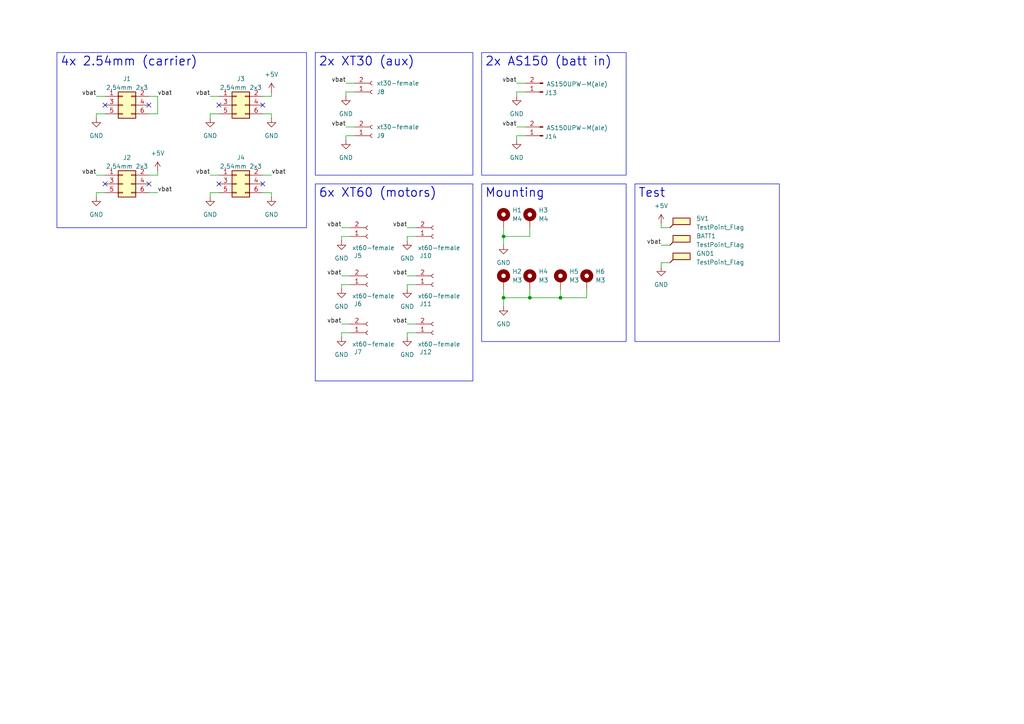
<source format=kicad_sch>
(kicad_sch (version 20250114) (generator "eeschema") (generator_version "9.0")
  (paper "A4")
  (lib_symbols
    (symbol "Connector:Conn_01x02_Pin" (pin_names (offset 1.016) (hide yes))
      (property "Reference" "J" (at 0 2.54 0))
      (property "Value" "Conn_01x02_Pin" (at 0 -5.08 0))
      (symbol "Conn_01x02_Pin_1_1"
        (rectangle (start 0.8636 0.127) (end 0 -0.127) (stroke (width 0.1524)) (fill (type outline)))
        (rectangle (start 0.8636 -2.413) (end 0 -2.667) (stroke (width 0.1524)) (fill (type outline)))
        (polyline (pts (xy 1.27 0) (xy 0.8636 0)) (stroke (width 0.1524)))
        (polyline (pts (xy 1.27 -2.54) (xy 0.8636 -2.54)) (stroke (width 0.1524)))
        (pin passive line (at 5.08 0 180) (length 3.81) (name "Pin_1") (number "1"))
        (pin passive line (at 5.08 -2.54 180) (length 3.81) (name "Pin_2") (number "2"))
      )
    )
    (symbol "Connector:Conn_01x02_Socket" (pin_names (offset 1.016) (hide yes))
      (property "Reference" "J" (at 0 2.54 0))
      (property "Value" "Conn_01x02_Socket" (at 0 -5.08 0))
      (symbol "Conn_01x02_Socket_1_1"
        (polyline (pts (xy -1.27 0) (xy -0.508 0)) (stroke (width 0.1524)))
        (polyline (pts (xy -1.27 -2.54) (xy -0.508 -2.54)) (stroke (width 0.1524)))
        (arc (start 0 -0.508) (mid -0.5058 0) (end 0 0.508) (stroke (width 0.1524)))
        (arc (start 0 -3.048) (mid -0.5058 -2.54) (end 0 -2.032) (stroke (width 0.1524)))
        (pin passive line (at -5.08 0 0) (length 3.81) (name "Pin_1") (number "1"))
        (pin passive line (at -5.08 -2.54 0) (length 3.81) (name "Pin_2") (number "2"))
      )
    )
    (symbol "Connector:TestPoint_Flag" (pin_numbers (hide yes)) (pin_names (offset 0.762) (hide yes))
      (property "Reference" "TP" (at 3.429 1.778 0))
      (property "Value" "TestPoint_Flag" (at 3.302 4.191 0))
      (symbol "TestPoint_Flag_0_1"
        (polyline (pts (xy 0 0) (xy 0.889 0.889)) (stroke (width 0.254)))
        (rectangle (start 0.889 2.794) (end 5.842 0.889) (stroke (width 0.254)) (fill (type background)))
      )
      (symbol "TestPoint_Flag_1_1"
        (pin passive line (at 0 0 90) (length 0) (name "1") (number "1"))
      )
    )
    (symbol "Connector_Generic:Conn_02x03_Odd_Even" (pin_names (offset 1.016) (hide yes))
      (property "Reference" "J" (at 1.27 5.08 0))
      (property "Value" "Conn_02x03_Odd_Even" (at 1.27 -5.08 0))
      (symbol "Conn_02x03_Odd_Even_1_1"
        (rectangle (start -1.27 3.81) (end 3.81 -3.81) (stroke (width 0.254)) (fill (type background)))
        (rectangle (start -1.27 2.667) (end 0 2.413) (stroke (width 0.1524)))
        (rectangle (start -1.27 0.127) (end 0 -0.127) (stroke (width 0.1524)))
        (rectangle (start -1.27 -2.413) (end 0 -2.667) (stroke (width 0.1524)))
        (rectangle (start 3.81 2.667) (end 2.54 2.413) (stroke (width 0.1524)))
        (rectangle (start 3.81 0.127) (end 2.54 -0.127) (stroke (width 0.1524)))
        (rectangle (start 3.81 -2.413) (end 2.54 -2.667) (stroke (width 0.1524)))
        (pin passive line (at -5.08 2.54 0) (length 3.81) (name "Pin_1") (number "1"))
        (pin passive line (at -5.08 0 0) (length 3.81) (name "Pin_3") (number "3"))
        (pin passive line (at -5.08 -2.54 0) (length 3.81) (name "Pin_5") (number "5"))
        (pin passive line (at 7.62 2.54 180) (length 3.81) (name "Pin_2") (number "2"))
        (pin passive line (at 7.62 0 180) (length 3.81) (name "Pin_4") (number "4"))
        (pin passive line (at 7.62 -2.54 180) (length 3.81) (name "Pin_6") (number "6"))
      )
    )
    (symbol "Mechanical:MountingHole_Pad" (pin_numbers (hide yes)) (pin_names (offset 1.016) (hide yes)) (in_bom no)
      (property "Reference" "H" (at 0 6.35 0))
      (property "Value" "MountingHole_Pad" (at 0 4.445 0))
      (symbol "MountingHole_Pad_0_1"
        (circle (center 0 1.27) (radius 1.27) (stroke (width 1.27)))
      )
      (symbol "MountingHole_Pad_1_1"
        (pin input line (at 0 -2.54 90) (length 2.54) (name "1") (number "1"))
      )
    )
    (symbol "power:+5V" (power) (pin_numbers (hide yes)) (pin_names (offset 0) (hide yes))
      (property "Value" "+5V" (at 0 3.556 0))
      (symbol "+5V_0_1"
        (polyline (pts (xy -0.762 1.27) (xy 0 2.54)))
        (polyline (pts (xy 0 2.54) (xy 0.762 1.27)))
        (polyline (pts (xy 0 0) (xy 0 2.54)))
      )
      (symbol "+5V_1_1"
        (pin power_in line (at 0 0 90) (length 0) (name "~") (number "1"))
      )
    )
    (symbol "power:GND" (power) (pin_numbers (hide yes)) (pin_names (offset 0) (hide yes))
      (property "Value" "GND" (at 0 -3.81 0))
      (symbol "GND_0_1"
        (polyline (pts (xy 0 0) (xy 0 -1.27) (xy 1.27 -1.27) (xy 0 -2.54) (xy -1.27 -1.27) (xy 0 -1.27)))
      )
      (symbol "GND_1_1"
        (pin power_in line (at 0 0 270) (length 0) (name "~") (number "1"))
      )
    )
  )
  (text_box "Mounting" (at 139.7 53.34 0) (size 41.91 45.72) (margins 0.9525 0.9525 0.9525 0.9525) (effects (font (size 2.54 2.54) (thickness 0.254) (bold yes)) (justify left top)))
  (text_box "2x XT30 (aux)" (at 91.44 15.24 0) (size 45.72 35.56) (margins 0.9525 0.9525 0.9525 0.9525) (effects (font (size 2.54 2.54) (thickness 0.254) (bold yes)) (justify left top)))
  (text_box "4x 2.54mm (carrier)" (at 16.51 15.24 0) (size 72.39 50.8) (margins 0.9525 0.9525 0.9525 0.9525) (effects (font (size 2.54 2.54) (thickness 0.254) (bold yes)) (justify left top)))
  (text_box "6x XT60 (motors)" (at 91.44 53.34 0) (size 45.72 57.15) (margins 0.9525 0.9525 0.9525 0.9525) (effects (font (size 2.54 2.54) (thickness 0.254) (bold yes)) (justify left top)))
  (text_box "2x AS150 (batt in)" (at 139.7 15.24 0) (size 41.91 35.56) (margins 0.9525 0.9525 0.9525 0.9525) (effects (font (size 2.54 2.54) (thickness 0.254) (bold yes)) (justify left top)))
  (text_box "Test" (at 184.15 53.34 0) (size 41.91 45.72) (margins 0.9525 0.9525 0.9525 0.9525) (effects (font (size 2.54 2.54) (thickness 0.254) (bold yes)) (justify left top)))
  (junction (at 146.05 68.58))
  (junction (at 162.56 86.36))
  (junction (at 153.67 86.36))
  (junction (at 146.05 86.36))
  (no_connect (at 63.5 30.48))
  (no_connect (at 30.48 53.34))
  (no_connect (at 43.18 53.34))
  (no_connect (at 43.18 30.48))
  (no_connect (at 30.48 30.48))
  (no_connect (at 63.5 53.34))
  (no_connect (at 76.2 30.48))
  (no_connect (at 76.2 53.34))
  (wire (pts (xy 27.94 55.88) (xy 27.94 57.15)))
  (wire (pts (xy 99.06 66.04) (xy 101.6 66.04)))
  (wire (pts (xy 170.18 86.36) (xy 162.56 86.36)))
  (wire (pts (xy 191.77 76.2) (xy 191.77 77.47)))
  (wire (pts (xy 43.18 55.88) (xy 45.72 55.88)))
  (wire (pts (xy 162.56 83.82) (xy 162.56 86.36)))
  (wire (pts (xy 99.06 93.98) (xy 101.6 93.98)))
  (wire (pts (xy 99.06 80.01) (xy 101.6 80.01)))
  (wire (pts (xy 153.67 83.82) (xy 153.67 86.36)))
  (wire (pts (xy 99.06 82.55) (xy 101.6 82.55)))
  (wire (pts (xy 100.33 39.37) (xy 100.33 40.64)))
  (wire (pts (xy 149.86 39.37) (xy 152.4 39.37)))
  (wire (pts (xy 191.77 71.12) (xy 194.31 71.12)))
  (wire (pts (xy 100.33 36.83) (xy 102.87 36.83)))
  (wire (pts (xy 191.77 66.04) (xy 194.31 66.04)))
  (wire (pts (xy 78.74 55.88) (xy 78.74 57.15)))
  (wire (pts (xy 99.06 68.58) (xy 99.06 69.85)))
  (wire (pts (xy 100.33 26.67) (xy 102.87 26.67)))
  (wire (pts (xy 60.96 55.88) (xy 60.96 57.15)))
  (wire (pts (xy 118.11 66.04) (xy 120.65 66.04)))
  (wire (pts (xy 191.77 64.77) (xy 191.77 66.04)))
  (wire (pts (xy 63.5 55.88) (xy 60.96 55.88)))
  (wire (pts (xy 191.77 76.2) (xy 194.31 76.2)))
  (wire (pts (xy 149.86 24.13) (xy 152.4 24.13)))
  (wire (pts (xy 118.11 96.52) (xy 120.65 96.52)))
  (wire (pts (xy 99.06 82.55) (xy 99.06 83.82)))
  (wire (pts (xy 149.86 36.83) (xy 152.4 36.83)))
  (wire (pts (xy 76.2 55.88) (xy 78.74 55.88)))
  (wire (pts (xy 60.96 50.8) (xy 63.5 50.8)))
  (wire (pts (xy 45.72 49.53) (xy 45.72 50.8)))
  (wire (pts (xy 146.05 66.04) (xy 146.05 68.58)))
  (wire (pts (xy 78.74 33.02) (xy 78.74 34.29)))
  (wire (pts (xy 118.11 68.58) (xy 120.65 68.58)))
  (wire (pts (xy 76.2 33.02) (xy 78.74 33.02)))
  (wire (pts (xy 99.06 96.52) (xy 101.6 96.52)))
  (wire (pts (xy 153.67 68.58) (xy 153.67 66.04)))
  (wire (pts (xy 27.94 27.94) (xy 30.48 27.94)))
  (wire (pts (xy 78.74 26.67) (xy 78.74 27.94)))
  (wire (pts (xy 27.94 33.02) (xy 27.94 34.29)))
  (wire (pts (xy 27.94 50.8) (xy 30.48 50.8)))
  (wire (pts (xy 153.67 86.36) (xy 146.05 86.36)))
  (wire (pts (xy 43.18 27.94) (xy 45.72 27.94)))
  (wire (pts (xy 76.2 50.8) (xy 78.74 50.8)))
  (wire (pts (xy 78.74 27.94) (xy 76.2 27.94)))
  (wire (pts (xy 30.48 55.88) (xy 27.94 55.88)))
  (wire (pts (xy 118.11 96.52) (xy 118.11 97.79)))
  (wire (pts (xy 118.11 68.58) (xy 118.11 69.85)))
  (wire (pts (xy 170.18 83.82) (xy 170.18 86.36)))
  (wire (pts (xy 99.06 96.52) (xy 99.06 97.79)))
  (wire (pts (xy 43.18 50.8) (xy 45.72 50.8)))
  (wire (pts (xy 149.86 26.67) (xy 149.86 27.94)))
  (wire (pts (xy 60.96 33.02) (xy 63.5 33.02)))
  (wire (pts (xy 30.48 33.02) (xy 27.94 33.02)))
  (wire (pts (xy 60.96 27.94) (xy 63.5 27.94)))
  (wire (pts (xy 118.11 82.55) (xy 120.65 82.55)))
  (wire (pts (xy 149.86 39.37) (xy 149.86 40.64)))
  (wire (pts (xy 99.06 68.58) (xy 101.6 68.58)))
  (wire (pts (xy 162.56 86.36) (xy 153.67 86.36)))
  (wire (pts (xy 100.33 24.13) (xy 102.87 24.13)))
  (wire (pts (xy 146.05 68.58) (xy 153.67 68.58)))
  (wire (pts (xy 60.96 33.02) (xy 60.96 34.29)))
  (wire (pts (xy 146.05 83.82) (xy 146.05 86.36)))
  (wire (pts (xy 146.05 86.36) (xy 146.05 88.9)))
  (wire (pts (xy 146.05 68.58) (xy 146.05 71.12)))
  (wire (pts (xy 118.11 93.98) (xy 120.65 93.98)))
  (wire (pts (xy 118.11 82.55) (xy 118.11 83.82)))
  (wire (pts (xy 43.18 33.02) (xy 45.72 33.02)))
  (wire (pts (xy 45.72 27.94) (xy 45.72 33.02)))
  (wire (pts (xy 100.33 26.67) (xy 100.33 27.94)))
  (wire (pts (xy 118.11 80.01) (xy 120.65 80.01)))
  (wire (pts (xy 100.33 39.37) (xy 102.87 39.37)))
  (wire (pts (xy 149.86 26.67) (xy 152.4 26.67)))
  (label "vbat" (at 78.74 50.8 0))
  (label "vbat" (at 99.06 80.01 180))
  (label "vbat" (at 60.96 50.8 180))
  (label "vbat" (at 100.33 36.83 180))
  (label "vbat" (at 100.33 24.13 180))
  (label "vbat" (at 99.06 93.98 180))
  (label "vbat" (at 99.06 66.04 180))
  (label "vbat" (at 191.77 71.12 180))
  (label "vbat" (at 149.86 24.13 180))
  (label "vbat" (at 118.11 66.04 180))
  (label "vbat" (at 45.72 55.88 0))
  (label "vbat" (at 60.96 27.94 180))
  (label "vbat" (at 27.94 50.8 180))
  (label "vbat" (at 118.11 93.98 180))
  (label "vbat" (at 118.11 80.01 180))
  (label "vbat" (at 45.72 27.94 0))
  (label "vbat" (at 27.94 27.94 180))
  (label "vbat" (at 149.86 36.83 180))
  (symbol (lib_id "Connector:Conn_01x02_Socket") (at 107.95 26.67 0) (mirror x) (unit 1)
    (property "Reference" "J8" (at 109.22 26.6701 0) (effects (justify left)))
    (property "Value" "xt30-female" (at 109.22 24.1301 0) (effects (justify left)))
    (property "Footprint" "Connector_AMASS:AMASS_XT30PW-F_1x02_P2.50mm_Horizontal" (effects (hide yes)))
    (property "Description" "https://www.lcsc.com/product-detail/C2913282.html" (effects (hide yes)))
    (property "lcsc" "C2913282" (effects (hide yes)))
  )
  (symbol (lib_id "Connector_Generic:Conn_02x03_Odd_Even") (at 68.58 30.48 0) (unit 1)
    (property "Reference" "J3" (at 69.85 22.86 0))
    (property "Value" "2.54mm 2x3" (at 69.85 25.4 0))
    (property "Footprint" "Connector_PinHeader_2.54mm:PinHeader_2x03_P2.54mm_Vertical" (effects (hide yes)))
    (property "Description" "Generic connector, double row, 02x03, odd/even pin numbering scheme (row 1 odd numbers, row 2 even numbers), script generated (kicad-library-utils/schlib/autogen/connector/)" (effects (hide yes)))
  )
  (symbol (lib_id "power:GND") (at 191.77 77.47 0) (unit 1)
    (property "Reference" "#PWR022" (effects (hide yes)))
    (property "Value" "GND" (at 191.77 82.55 0))
    (property "Description" "Power symbol creates a global label with name \"GND\" , ground" (effects (hide yes)))
  )
  (symbol (lib_id "Connector_Generic:Conn_02x03_Odd_Even") (at 68.58 53.34 0) (unit 1)
    (property "Reference" "J4" (at 69.85 45.72 0))
    (property "Value" "2.54mm 2x3" (at 69.85 48.26 0))
    (property "Footprint" "Connector_PinHeader_2.54mm:PinHeader_2x03_P2.54mm_Vertical" (effects (hide yes)))
    (property "Description" "Generic connector, double row, 02x03, odd/even pin numbering scheme (row 1 odd numbers, row 2 even numbers), script generated (kicad-library-utils/schlib/autogen/connector/)" (effects (hide yes)))
  )
  (symbol (lib_id "power:GND") (at 78.74 34.29 0) (unit 1)
    (property "Reference" "#PWR07" (effects (hide yes)))
    (property "Value" "GND" (at 78.74 39.37 0))
    (property "Description" "Power symbol creates a global label with name \"GND\" , ground" (effects (hide yes)))
  )
  (symbol (lib_id "Connector_Generic:Conn_02x03_Odd_Even") (at 35.56 30.48 0) (unit 1)
    (property "Reference" "J1" (at 36.83 22.86 0))
    (property "Value" "2.54mm 2x3" (at 36.83 25.4 0))
    (property "Footprint" "Connector_PinHeader_2.54mm:PinHeader_2x03_P2.54mm_Vertical" (effects (hide yes)))
    (property "Description" "Generic connector, double row, 02x03, odd/even pin numbering scheme (row 1 odd numbers, row 2 even numbers), script generated (kicad-library-utils/schlib/autogen/connector/)" (effects (hide yes)))
  )
  (symbol (lib_id "power:GND") (at 146.05 88.9 0) (unit 1)
    (property "Reference" "#PWR018" (effects (hide yes)))
    (property "Value" "GND" (at 146.05 93.98 0))
    (property "Description" "Power symbol creates a global label with name \"GND\" , ground" (effects (hide yes)))
  )
  (symbol (lib_id "Connector:Conn_01x02_Pin") (at 157.48 39.37 180) (unit 1)
    (property "Reference" "J14" (at 159.766 39.624 0))
    (property "Value" "AS150UPW-M(ale)" (at 167.386 37.084 0))
    (property "Footprint" "aerpaw-footprints:AS150UPW(2+4-)M.G.Y" (effects (hide yes)))
    (property "Description" "https://www.lcsc.com/product-detail/C19268054.html" (effects (hide yes)))
    (property "lcsc" "C19268054" (effects (hide yes)))
  )
  (symbol (lib_id "power:GND") (at 60.96 57.15 0) (unit 1)
    (property "Reference" "#PWR05" (effects (hide yes)))
    (property "Value" "GND" (at 60.96 62.23 0))
    (property "Description" "Power symbol creates a global label with name \"GND\" , ground" (effects (hide yes)))
  )
  (symbol (lib_id "Connector:Conn_01x02_Socket") (at 107.95 39.37 0) (mirror x) (unit 1)
    (property "Reference" "J9" (at 109.22 39.3701 0) (effects (justify left)))
    (property "Value" "xt30-female" (at 109.22 36.8301 0) (effects (justify left)))
    (property "Footprint" "Connector_AMASS:AMASS_XT30PW-F_1x02_P2.50mm_Horizontal" (effects (hide yes)))
    (property "Description" "https://www.lcsc.com/product-detail/C2913282.html" (effects (hide yes)))
    (property "lcsc" "C2913282" (effects (hide yes)))
  )
  (symbol (lib_id "power:GND") (at 118.11 97.79 0) (unit 1)
    (property "Reference" "#PWR016" (effects (hide yes)))
    (property "Value" "GND" (at 118.11 102.87 0))
    (property "Description" "Power symbol creates a global label with name \"GND\" , ground" (effects (hide yes)))
  )
  (symbol (lib_id "power:+5V") (at 78.74 26.67 0) (unit 1)
    (property "Reference" "#PWR06" (effects (hide yes)))
    (property "Value" "+5V" (at 78.74 21.59 0))
    (property "Description" "Power symbol creates a global label with name \"+5V\"" (effects (hide yes)))
  )
  (symbol (lib_id "power:GND") (at 146.05 71.12 0) (unit 1)
    (property "Reference" "#PWR017" (effects (hide yes)))
    (property "Value" "GND" (at 146.05 76.2 0))
    (property "Description" "Power symbol creates a global label with name \"GND\" , ground" (effects (hide yes)))
  )
  (symbol (lib_id "Connector:Conn_01x02_Socket") (at 106.68 68.58 0) (mirror x) (unit 1)
    (property "Reference" "J5" (at 102.616 74.168 0) (effects (justify left)))
    (property "Value" "xt60-female" (at 102.108 71.882 0) (effects (justify left)))
    (property "Footprint" "Connector_AMASS:AMASS_XT60PW-F_1x02_P7.20mm_Horizontal" (effects (hide yes)))
    (property "Description" "https://www.lcsc.com/product-detail/C428722.html" (effects (hide yes)))
    (property "lcsc" "C428722" (effects (hide yes)))
  )
  (symbol (lib_id "Connector:Conn_01x02_Socket") (at 125.73 68.58 0) (mirror x) (unit 1)
    (property "Reference" "J10" (at 121.666 74.168 0) (effects (justify left)))
    (property "Value" "xt60-female" (at 121.158 71.882 0) (effects (justify left)))
    (property "Footprint" "Connector_AMASS:AMASS_XT60PW-F_1x02_P7.20mm_Horizontal" (effects (hide yes)))
    (property "Description" "https://www.lcsc.com/product-detail/C428722.html" (effects (hide yes)))
    (property "lcsc" "C428722" (effects (hide yes)))
  )
  (symbol (lib_id "Connector:TestPoint_Flag") (at 194.31 71.12 0) (unit 1)
    (property "Reference" "BATT1" (at 201.93 68.4529 0) (effects (justify left)))
    (property "Value" "TestPoint_Flag" (at 201.93 70.9929 0) (effects (justify left)))
    (property "Footprint" "TestPoint:TestPoint_Keystone_5010-5014_Multipurpose" (effects (hide yes)))
    (property "Description" "test point (alternative flag-style design)" (effects (hide yes)))
    (property "lcsc" "C2906765" (effects (hide yes)))
  )
  (symbol (lib_id "power:GND") (at 27.94 57.15 0) (unit 1)
    (property "Reference" "#PWR02" (effects (hide yes)))
    (property "Value" "GND" (at 27.94 62.23 0))
    (property "Description" "Power symbol creates a global label with name \"GND\" , ground" (effects (hide yes)))
  )
  (symbol (lib_id "power:GND") (at 100.33 40.64 0) (unit 1)
    (property "Reference" "#PWR013" (effects (hide yes)))
    (property "Value" "GND" (at 100.33 45.72 0))
    (property "Description" "Power symbol creates a global label with name \"GND\" , ground" (effects (hide yes)))
  )
  (symbol (lib_id "Connector:Conn_01x02_Socket") (at 106.68 96.52 0) (mirror x) (unit 1)
    (property "Reference" "J7" (at 102.616 102.108 0) (effects (justify left)))
    (property "Value" "xt60-female" (at 102.108 99.822 0) (effects (justify left)))
    (property "Footprint" "Connector_AMASS:AMASS_XT60PW-F_1x02_P7.20mm_Horizontal" (effects (hide yes)))
    (property "Description" "https://www.lcsc.com/product-detail/C428722.html" (effects (hide yes)))
    (property "lcsc" "C428722" (effects (hide yes)))
  )
  (symbol (lib_id "power:+5V") (at 45.72 49.53 0) (unit 1)
    (property "Reference" "#PWR03" (effects (hide yes)))
    (property "Value" "+5V" (at 45.72 44.45 0))
    (property "Description" "Power symbol creates a global label with name \"+5V\"" (effects (hide yes)))
  )
  (symbol (lib_id "power:GND") (at 78.74 57.15 0) (unit 1)
    (property "Reference" "#PWR08" (effects (hide yes)))
    (property "Value" "GND" (at 78.74 62.23 0))
    (property "Description" "Power symbol creates a global label with name \"GND\" , ground" (effects (hide yes)))
  )
  (symbol (lib_id "Mechanical:MountingHole_Pad") (at 146.05 81.28 0) (unit 1) (in_bom no)
    (property "Reference" "H2" (at 148.59 78.7399 0) (effects (justify left)))
    (property "Value" "M3" (at 148.59 81.2799 0) (effects (justify left)))
    (property "Footprint" "MountingHole:MountingHole_3.2mm_M3_DIN965_Pad" (effects (hide yes)))
    (property "Description" "Mounting Hole with connection" (effects (hide yes)))
  )
  (symbol (lib_id "power:GND") (at 149.86 40.64 0) (unit 1)
    (property "Reference" "#PWR020" (effects (hide yes)))
    (property "Value" "GND" (at 149.86 45.72 0))
    (property "Description" "Power symbol creates a global label with name \"GND\" , ground" (effects (hide yes)))
  )
  (symbol (lib_id "Connector:Conn_01x02_Socket") (at 106.68 82.55 0) (mirror x) (unit 1)
    (property "Reference" "J6" (at 102.616 88.138 0) (effects (justify left)))
    (property "Value" "xt60-female" (at 102.108 85.852 0) (effects (justify left)))
    (property "Footprint" "Connector_AMASS:AMASS_XT60PW-F_1x02_P7.20mm_Horizontal" (effects (hide yes)))
    (property "Description" "https://www.lcsc.com/product-detail/C428722.html" (effects (hide yes)))
    (property "lcsc" "C428722" (effects (hide yes)))
  )
  (symbol (lib_id "Mechanical:MountingHole_Pad") (at 170.18 81.28 0) (unit 1) (in_bom no)
    (property "Reference" "H6" (at 172.72 78.7399 0) (effects (justify left)))
    (property "Value" "M3" (at 172.72 81.2799 0) (effects (justify left)))
    (property "Footprint" "MountingHole:MountingHole_3.2mm_M3_DIN965_Pad" (effects (hide yes)))
    (property "Description" "Mounting Hole with connection" (effects (hide yes)))
  )
  (symbol (lib_id "power:GND") (at 99.06 69.85 0) (unit 1)
    (property "Reference" "#PWR09" (effects (hide yes)))
    (property "Value" "GND" (at 99.06 74.93 0))
    (property "Description" "Power symbol creates a global label with name \"GND\" , ground" (effects (hide yes)))
  )
  (symbol (lib_id "power:GND") (at 60.96 34.29 0) (unit 1)
    (property "Reference" "#PWR04" (effects (hide yes)))
    (property "Value" "GND" (at 60.96 39.37 0))
    (property "Description" "Power symbol creates a global label with name \"GND\" , ground" (effects (hide yes)))
  )
  (symbol (lib_id "power:GND") (at 100.33 27.94 0) (unit 1)
    (property "Reference" "#PWR012" (effects (hide yes)))
    (property "Value" "GND" (at 100.33 33.02 0))
    (property "Description" "Power symbol creates a global label with name \"GND\" , ground" (effects (hide yes)))
  )
  (symbol (lib_id "Mechanical:MountingHole_Pad") (at 153.67 81.28 0) (unit 1) (in_bom no)
    (property "Reference" "H4" (at 156.21 78.7399 0) (effects (justify left)))
    (property "Value" "M3" (at 156.21 81.2799 0) (effects (justify left)))
    (property "Footprint" "MountingHole:MountingHole_3.2mm_M3_DIN965_Pad" (effects (hide yes)))
    (property "Description" "Mounting Hole with connection" (effects (hide yes)))
  )
  (symbol (lib_id "Connector:TestPoint_Flag") (at 194.31 66.04 0) (unit 1)
    (property "Reference" "5V1" (at 201.93 63.3729 0) (effects (justify left)))
    (property "Value" "TestPoint_Flag" (at 201.93 65.9129 0) (effects (justify left)))
    (property "Footprint" "TestPoint:TestPoint_Keystone_5010-5014_Multipurpose" (effects (hide yes)))
    (property "Description" "test point (alternative flag-style design)" (effects (hide yes)))
    (property "lcsc" "C2906765" (effects (hide yes)))
  )
  (symbol (lib_id "Mechanical:MountingHole_Pad") (at 162.56 81.28 0) (unit 1) (in_bom no)
    (property "Reference" "H5" (at 165.1 78.7399 0) (effects (justify left)))
    (property "Value" "M3" (at 165.1 81.2799 0) (effects (justify left)))
    (property "Footprint" "MountingHole:MountingHole_3.2mm_M3_DIN965_Pad" (effects (hide yes)))
    (property "Description" "Mounting Hole with connection" (effects (hide yes)))
  )
  (symbol (lib_id "power:GND") (at 99.06 97.79 0) (unit 1)
    (property "Reference" "#PWR011" (effects (hide yes)))
    (property "Value" "GND" (at 99.06 102.87 0))
    (property "Description" "Power symbol creates a global label with name \"GND\" , ground" (effects (hide yes)))
  )
  (symbol (lib_id "power:GND") (at 27.94 34.29 0) (unit 1)
    (property "Reference" "#PWR01" (effects (hide yes)))
    (property "Value" "GND" (at 27.94 39.37 0))
    (property "Description" "Power symbol creates a global label with name \"GND\" , ground" (effects (hide yes)))
  )
  (symbol (lib_id "power:GND") (at 118.11 83.82 0) (unit 1)
    (property "Reference" "#PWR015" (effects (hide yes)))
    (property "Value" "GND" (at 118.11 88.9 0))
    (property "Description" "Power symbol creates a global label with name \"GND\" , ground" (effects (hide yes)))
  )
  (symbol (lib_id "power:GND") (at 118.11 69.85 0) (unit 1)
    (property "Reference" "#PWR014" (effects (hide yes)))
    (property "Value" "GND" (at 118.11 74.93 0))
    (property "Description" "Power symbol creates a global label with name \"GND\" , ground" (effects (hide yes)))
  )
  (symbol (lib_id "Mechanical:MountingHole_Pad") (at 153.67 63.5 0) (unit 1) (in_bom no)
    (property "Reference" "H3" (at 156.21 60.9599 0) (effects (justify left)))
    (property "Value" "M4" (at 156.21 63.4999 0) (effects (justify left)))
    (property "Footprint" "TestPoint:TestPoint_Plated_Hole_D4.0mm" (effects (hide yes)))
    (property "Description" "Mounting Hole with connection" (effects (hide yes)))
  )
  (symbol (lib_id "Connector:Conn_01x02_Socket") (at 125.73 82.55 0) (mirror x) (unit 1)
    (property "Reference" "J11" (at 121.666 88.138 0) (effects (justify left)))
    (property "Value" "xt60-female" (at 121.158 85.852 0) (effects (justify left)))
    (property "Footprint" "Connector_AMASS:AMASS_XT60PW-F_1x02_P7.20mm_Horizontal" (effects (hide yes)))
    (property "Description" "https://www.lcsc.com/product-detail/C428722.html" (effects (hide yes)))
    (property "lcsc" "C428722" (effects (hide yes)))
  )
  (symbol (lib_id "Mechanical:MountingHole_Pad") (at 146.05 63.5 0) (unit 1) (in_bom no)
    (property "Reference" "H1" (at 148.59 60.9599 0) (effects (justify left)))
    (property "Value" "M4" (at 148.59 63.4999 0) (effects (justify left)))
    (property "Footprint" "TestPoint:TestPoint_Plated_Hole_D4.0mm" (effects (hide yes)))
    (property "Description" "Mounting Hole with connection" (effects (hide yes)))
  )
  (symbol (lib_id "Connector:Conn_01x02_Pin") (at 157.48 26.67 180) (unit 1)
    (property "Reference" "J13" (at 159.766 26.924 0))
    (property "Value" "AS150UPW-M(ale)" (at 167.386 24.384 0))
    (property "Footprint" "aerpaw-footprints:AS150UPW(2+4-)M.G.Y" (effects (hide yes)))
    (property "Description" "https://www.lcsc.com/product-detail/C19268054.html" (effects (hide yes)))
    (property "lcsc" "C19268054" (effects (hide yes)))
  )
  (symbol (lib_id "Connector:Conn_01x02_Socket") (at 125.73 96.52 0) (mirror x) (unit 1)
    (property "Reference" "J12" (at 121.666 102.108 0) (effects (justify left)))
    (property "Value" "xt60-female" (at 121.158 99.822 0) (effects (justify left)))
    (property "Footprint" "Connector_AMASS:AMASS_XT60PW-F_1x02_P7.20mm_Horizontal" (effects (hide yes)))
    (property "Description" "https://www.lcsc.com/product-detail/C428722.html" (effects (hide yes)))
    (property "lcsc" "C428722" (effects (hide yes)))
  )
  (symbol (lib_id "Connector:TestPoint_Flag") (at 194.31 76.2 0) (unit 1)
    (property "Reference" "GND1" (at 201.93 73.5329 0) (effects (justify left)))
    (property "Value" "TestPoint_Flag" (at 201.93 76.0729 0) (effects (justify left)))
    (property "Footprint" "TestPoint:TestPoint_Keystone_5010-5014_Multipurpose" (effects (hide yes)))
    (property "Description" "test point (alternative flag-style design)" (effects (hide yes)))
    (property "lcsc" "C2906765" (effects (hide yes)))
  )
  (symbol (lib_id "power:+5V") (at 191.77 64.77 0) (unit 1)
    (property "Reference" "#PWR021" (effects (hide yes)))
    (property "Value" "+5V" (at 191.77 59.69 0))
    (property "Description" "Power symbol creates a global label with name \"+5V\"" (effects (hide yes)))
  )
  (symbol (lib_id "power:GND") (at 99.06 83.82 0) (unit 1)
    (property "Reference" "#PWR010" (effects (hide yes)))
    (property "Value" "GND" (at 99.06 88.9 0))
    (property "Description" "Power symbol creates a global label with name \"GND\" , ground" (effects (hide yes)))
  )
  (symbol (lib_id "Connector_Generic:Conn_02x03_Odd_Even") (at 35.56 53.34 0) (unit 1)
    (property "Reference" "J2" (at 36.83 45.72 0))
    (property "Value" "2.54mm 2x3" (at 36.83 48.26 0))
    (property "Footprint" "Connector_PinHeader_2.54mm:PinHeader_2x03_P2.54mm_Vertical" (effects (hide yes)))
    (property "Description" "Generic connector, double row, 02x03, odd/even pin numbering scheme (row 1 odd numbers, row 2 even numbers), script generated (kicad-library-utils/schlib/autogen/connector/)" (effects (hide yes)))
  )
  (symbol (lib_id "power:GND") (at 149.86 27.94 0) (unit 1)
    (property "Reference" "#PWR019" (effects (hide yes)))
    (property "Value" "GND" (at 149.86 33.02 0))
    (property "Description" "Power symbol creates a global label with name \"GND\" , ground" (effects (hide yes)))
  )
)
</source>
